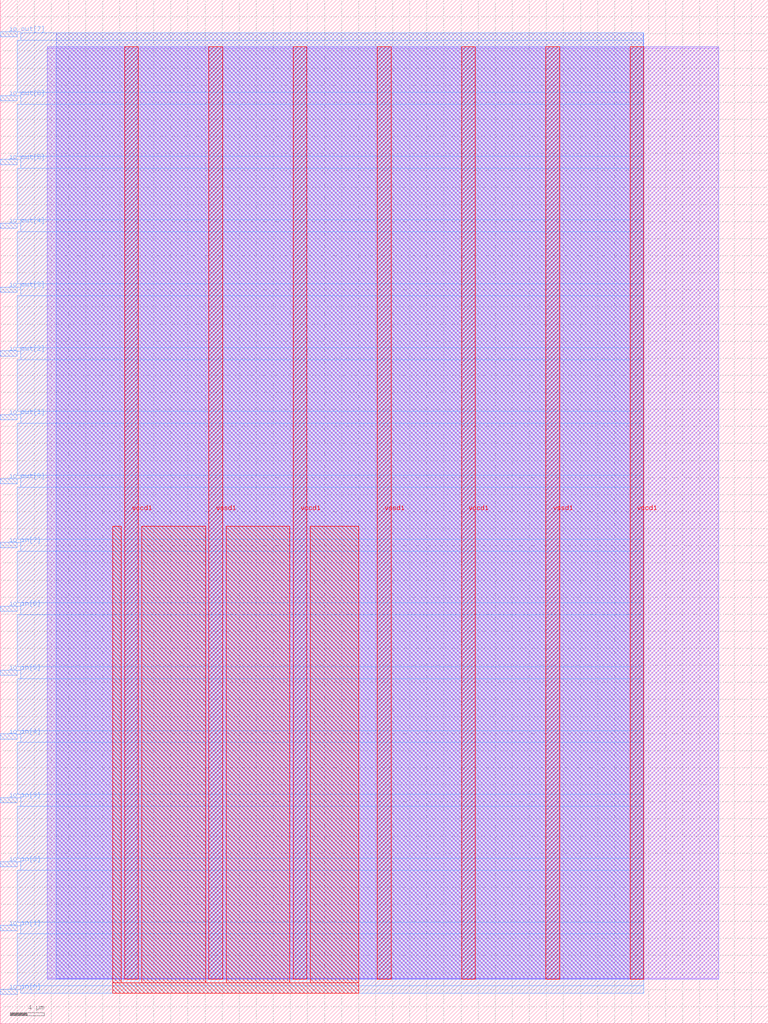
<source format=lef>
VERSION 5.7 ;
  NOWIREEXTENSIONATPIN ON ;
  DIVIDERCHAR "/" ;
  BUSBITCHARS "[]" ;
MACRO user_module_349901899339661908
  CLASS BLOCK ;
  FOREIGN user_module_349901899339661908 ;
  ORIGIN 0.000 0.000 ;
  SIZE 90.000 BY 120.000 ;
  PIN io_in[0]
    DIRECTION INPUT ;
    USE SIGNAL ;
    PORT
      LAYER met3 ;
        RECT 0.000 3.440 2.000 4.040 ;
    END
  END io_in[0]
  PIN io_in[1]
    DIRECTION INPUT ;
    USE SIGNAL ;
    PORT
      LAYER met3 ;
        RECT 0.000 10.920 2.000 11.520 ;
    END
  END io_in[1]
  PIN io_in[2]
    DIRECTION INPUT ;
    USE SIGNAL ;
    PORT
      LAYER met3 ;
        RECT 0.000 18.400 2.000 19.000 ;
    END
  END io_in[2]
  PIN io_in[3]
    DIRECTION INPUT ;
    USE SIGNAL ;
    PORT
      LAYER met3 ;
        RECT 0.000 25.880 2.000 26.480 ;
    END
  END io_in[3]
  PIN io_in[4]
    DIRECTION INPUT ;
    USE SIGNAL ;
    PORT
      LAYER met3 ;
        RECT 0.000 33.360 2.000 33.960 ;
    END
  END io_in[4]
  PIN io_in[5]
    DIRECTION INPUT ;
    USE SIGNAL ;
    PORT
      LAYER met3 ;
        RECT 0.000 40.840 2.000 41.440 ;
    END
  END io_in[5]
  PIN io_in[6]
    DIRECTION INPUT ;
    USE SIGNAL ;
    PORT
      LAYER met3 ;
        RECT 0.000 48.320 2.000 48.920 ;
    END
  END io_in[6]
  PIN io_in[7]
    DIRECTION INPUT ;
    USE SIGNAL ;
    PORT
      LAYER met3 ;
        RECT 0.000 55.800 2.000 56.400 ;
    END
  END io_in[7]
  PIN io_out[0]
    DIRECTION OUTPUT TRISTATE ;
    USE SIGNAL ;
    PORT
      LAYER met3 ;
        RECT 0.000 63.280 2.000 63.880 ;
    END
  END io_out[0]
  PIN io_out[1]
    DIRECTION OUTPUT TRISTATE ;
    USE SIGNAL ;
    PORT
      LAYER met3 ;
        RECT 0.000 70.760 2.000 71.360 ;
    END
  END io_out[1]
  PIN io_out[2]
    DIRECTION OUTPUT TRISTATE ;
    USE SIGNAL ;
    PORT
      LAYER met3 ;
        RECT 0.000 78.240 2.000 78.840 ;
    END
  END io_out[2]
  PIN io_out[3]
    DIRECTION OUTPUT TRISTATE ;
    USE SIGNAL ;
    PORT
      LAYER met3 ;
        RECT 0.000 85.720 2.000 86.320 ;
    END
  END io_out[3]
  PIN io_out[4]
    DIRECTION OUTPUT TRISTATE ;
    USE SIGNAL ;
    PORT
      LAYER met3 ;
        RECT 0.000 93.200 2.000 93.800 ;
    END
  END io_out[4]
  PIN io_out[5]
    DIRECTION OUTPUT TRISTATE ;
    USE SIGNAL ;
    PORT
      LAYER met3 ;
        RECT 0.000 100.680 2.000 101.280 ;
    END
  END io_out[5]
  PIN io_out[6]
    DIRECTION OUTPUT TRISTATE ;
    USE SIGNAL ;
    PORT
      LAYER met3 ;
        RECT 0.000 108.160 2.000 108.760 ;
    END
  END io_out[6]
  PIN io_out[7]
    DIRECTION OUTPUT TRISTATE ;
    USE SIGNAL ;
    PORT
      LAYER met3 ;
        RECT 0.000 115.640 2.000 116.240 ;
    END
  END io_out[7]
  PIN vccd1
    DIRECTION INOUT ;
    USE POWER ;
    PORT
      LAYER met4 ;
        RECT 14.590 5.200 16.190 114.480 ;
    END
    PORT
      LAYER met4 ;
        RECT 34.330 5.200 35.930 114.480 ;
    END
    PORT
      LAYER met4 ;
        RECT 54.070 5.200 55.670 114.480 ;
    END
    PORT
      LAYER met4 ;
        RECT 73.810 5.200 75.410 114.480 ;
    END
  END vccd1
  PIN vssd1
    DIRECTION INOUT ;
    USE GROUND ;
    PORT
      LAYER met4 ;
        RECT 24.460 5.200 26.060 114.480 ;
    END
    PORT
      LAYER met4 ;
        RECT 44.200 5.200 45.800 114.480 ;
    END
    PORT
      LAYER met4 ;
        RECT 63.940 5.200 65.540 114.480 ;
    END
  END vssd1
  OBS
      LAYER li1 ;
        RECT 5.520 5.355 84.180 114.325 ;
      LAYER met1 ;
        RECT 5.520 5.200 84.180 114.480 ;
      LAYER met2 ;
        RECT 6.540 5.255 75.380 116.125 ;
      LAYER met3 ;
        RECT 2.400 115.240 75.400 116.105 ;
        RECT 2.000 109.160 75.400 115.240 ;
        RECT 2.400 107.760 75.400 109.160 ;
        RECT 2.000 101.680 75.400 107.760 ;
        RECT 2.400 100.280 75.400 101.680 ;
        RECT 2.000 94.200 75.400 100.280 ;
        RECT 2.400 92.800 75.400 94.200 ;
        RECT 2.000 86.720 75.400 92.800 ;
        RECT 2.400 85.320 75.400 86.720 ;
        RECT 2.000 79.240 75.400 85.320 ;
        RECT 2.400 77.840 75.400 79.240 ;
        RECT 2.000 71.760 75.400 77.840 ;
        RECT 2.400 70.360 75.400 71.760 ;
        RECT 2.000 64.280 75.400 70.360 ;
        RECT 2.400 62.880 75.400 64.280 ;
        RECT 2.000 56.800 75.400 62.880 ;
        RECT 2.400 55.400 75.400 56.800 ;
        RECT 2.000 49.320 75.400 55.400 ;
        RECT 2.400 47.920 75.400 49.320 ;
        RECT 2.000 41.840 75.400 47.920 ;
        RECT 2.400 40.440 75.400 41.840 ;
        RECT 2.000 34.360 75.400 40.440 ;
        RECT 2.400 32.960 75.400 34.360 ;
        RECT 2.000 26.880 75.400 32.960 ;
        RECT 2.400 25.480 75.400 26.880 ;
        RECT 2.000 19.400 75.400 25.480 ;
        RECT 2.400 18.000 75.400 19.400 ;
        RECT 2.000 11.920 75.400 18.000 ;
        RECT 2.400 10.520 75.400 11.920 ;
        RECT 2.000 4.440 75.400 10.520 ;
        RECT 2.400 3.580 75.400 4.440 ;
      LAYER met4 ;
        RECT 13.175 4.800 14.190 58.305 ;
        RECT 16.590 4.800 24.060 58.305 ;
        RECT 26.460 4.800 33.930 58.305 ;
        RECT 36.330 4.800 42.025 58.305 ;
        RECT 13.175 3.575 42.025 4.800 ;
  END
END user_module_349901899339661908
END LIBRARY


</source>
